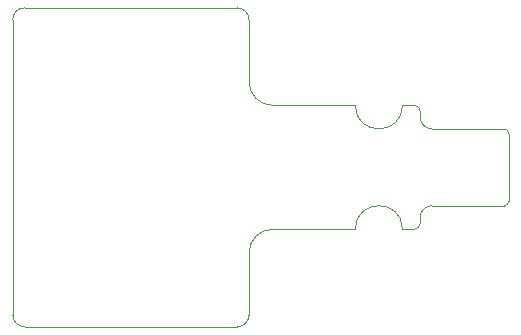
<source format=gbr>
%TF.GenerationSoftware,KiCad,Pcbnew,8.0.4*%
%TF.CreationDate,2024-07-27T12:09:47+02:00*%
%TF.ProjectId,PA3194G822_R03,50413331-3934-4473-9832-325f5230332e,3*%
%TF.SameCoordinates,Original*%
%TF.FileFunction,Profile,NP*%
%FSLAX46Y46*%
G04 Gerber Fmt 4.6, Leading zero omitted, Abs format (unit mm)*
G04 Created by KiCad (PCBNEW 8.0.4) date 2024-07-27 12:09:47*
%MOMM*%
%LPD*%
G01*
G04 APERTURE LIST*
%TA.AperFunction,Profile*%
%ADD10C,0.050000*%
%TD*%
G04 APERTURE END LIST*
D10*
X104000000Y-87500000D02*
G75*
G02*
X105000000Y-86500000I1000000J0D01*
G01*
X139500000Y-96750000D02*
G75*
G02*
X138500000Y-95750000I0J1000000D01*
G01*
X139500000Y-96750000D02*
X145600000Y-96750000D01*
X105000000Y-86500000D02*
X123000000Y-86500000D01*
X124000000Y-112500000D02*
X124000000Y-107250000D01*
X133000000Y-105250000D02*
X126000000Y-105250000D01*
X105000000Y-113500000D02*
X123000000Y-113500000D01*
X123000000Y-86500000D02*
G75*
G02*
X124000000Y-87500000I0J-1000000D01*
G01*
X133000000Y-105250000D02*
G75*
G02*
X137000000Y-105250000I2000000J0D01*
G01*
X146000000Y-97150000D02*
X146000000Y-102850000D01*
X138500000Y-104250000D02*
G75*
G02*
X139500000Y-103250000I1000000J0D01*
G01*
X124000000Y-112500000D02*
G75*
G02*
X123000000Y-113500000I-1000000J0D01*
G01*
X145600000Y-96750000D02*
G75*
G02*
X146000000Y-97150000I0J-400000D01*
G01*
X124000000Y-87500000D02*
X124000000Y-92750000D01*
X138000000Y-94750000D02*
G75*
G02*
X138500000Y-95250000I0J-500000D01*
G01*
X139500000Y-103250000D02*
X145600000Y-103250000D01*
X137000000Y-105250000D02*
X138000000Y-105250000D01*
X146000000Y-102850000D02*
G75*
G02*
X145600000Y-103250000I-400000J0D01*
G01*
X138500000Y-95250000D02*
X138500000Y-95750000D01*
X126000000Y-94750000D02*
G75*
G02*
X124000000Y-92750000I0J2000000D01*
G01*
X138500000Y-104750000D02*
G75*
G02*
X138000000Y-105250000I-500000J0D01*
G01*
X137000000Y-94750000D02*
X138000000Y-94750000D01*
X104000000Y-87500000D02*
X104000000Y-112500000D01*
X105000000Y-113500000D02*
G75*
G02*
X104000000Y-112500000I0J1000000D01*
G01*
X124000000Y-107250000D02*
G75*
G02*
X126000000Y-105250000I2000000J0D01*
G01*
X137000000Y-94750000D02*
G75*
G02*
X133000000Y-94750000I-2000000J0D01*
G01*
X133000000Y-94750000D02*
X126000000Y-94750000D01*
X138500000Y-104750000D02*
X138500000Y-104250000D01*
M02*

</source>
